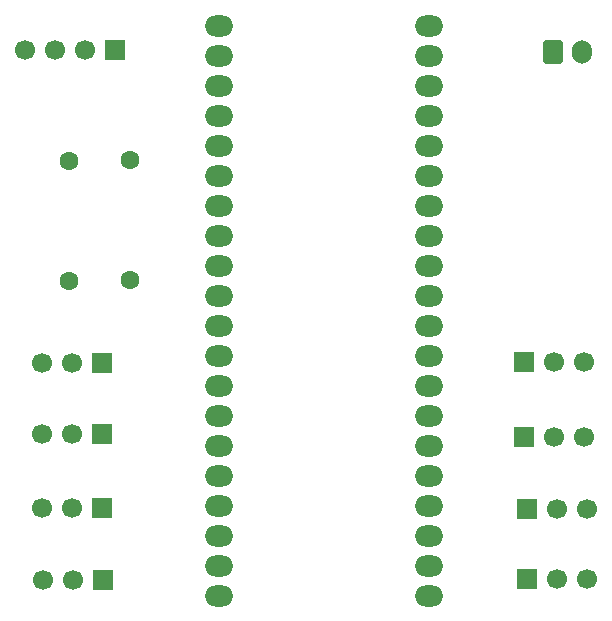
<source format=gbr>
%TF.GenerationSoftware,KiCad,Pcbnew,9.0.5*%
%TF.CreationDate,2025-10-27T16:41:44+01:00*%
%TF.ProjectId,motherboard,6d6f7468-6572-4626-9f61-72642e6b6963,rev?*%
%TF.SameCoordinates,Original*%
%TF.FileFunction,Soldermask,Top*%
%TF.FilePolarity,Negative*%
%FSLAX46Y46*%
G04 Gerber Fmt 4.6, Leading zero omitted, Abs format (unit mm)*
G04 Created by KiCad (PCBNEW 9.0.5) date 2025-10-27 16:41:44*
%MOMM*%
%LPD*%
G01*
G04 APERTURE LIST*
G04 Aperture macros list*
%AMRoundRect*
0 Rectangle with rounded corners*
0 $1 Rounding radius*
0 $2 $3 $4 $5 $6 $7 $8 $9 X,Y pos of 4 corners*
0 Add a 4 corners polygon primitive as box body*
4,1,4,$2,$3,$4,$5,$6,$7,$8,$9,$2,$3,0*
0 Add four circle primitives for the rounded corners*
1,1,$1+$1,$2,$3*
1,1,$1+$1,$4,$5*
1,1,$1+$1,$6,$7*
1,1,$1+$1,$8,$9*
0 Add four rect primitives between the rounded corners*
20,1,$1+$1,$2,$3,$4,$5,0*
20,1,$1+$1,$4,$5,$6,$7,0*
20,1,$1+$1,$6,$7,$8,$9,0*
20,1,$1+$1,$8,$9,$2,$3,0*%
G04 Aperture macros list end*
%ADD10R,1.700000X1.700000*%
%ADD11C,1.700000*%
%ADD12O,2.400000X1.800000*%
%ADD13C,1.600000*%
%ADD14RoundRect,0.250000X-0.600000X-0.750000X0.600000X-0.750000X0.600000X0.750000X-0.600000X0.750000X0*%
%ADD15O,1.700000X2.000000*%
G04 APERTURE END LIST*
D10*
%TO.C,J10*%
X168570000Y-104600000D03*
D11*
X171110000Y-104600000D03*
X173650000Y-104600000D03*
%TD*%
D10*
%TO.C,J9*%
X168570000Y-110900000D03*
D11*
X171110000Y-110900000D03*
X173650000Y-110900000D03*
%TD*%
D10*
%TO.C,J8*%
X132840000Y-104650000D03*
D11*
X130300000Y-104650000D03*
X127760000Y-104650000D03*
%TD*%
D10*
%TO.C,J7*%
X132850000Y-110700000D03*
D11*
X130310000Y-110700000D03*
X127770000Y-110700000D03*
%TD*%
D12*
%TO.C,A1*%
X142770000Y-76080000D03*
X142770000Y-78620000D03*
X142770000Y-81160000D03*
X142770000Y-83700000D03*
X142770000Y-86240000D03*
X142770000Y-88780000D03*
X142770000Y-91320000D03*
X142770000Y-93860000D03*
X142770000Y-96400000D03*
X142770000Y-98940000D03*
X142770000Y-101480000D03*
X142770000Y-104020000D03*
X142770000Y-106560000D03*
X142770000Y-109100000D03*
X142770000Y-111640000D03*
X142770000Y-114180000D03*
X142770000Y-116720000D03*
X142770000Y-119260000D03*
X142770000Y-121800000D03*
X142770000Y-124340000D03*
X160550000Y-124340000D03*
X160550000Y-121800000D03*
X160550000Y-119260000D03*
X160550000Y-116720000D03*
X160550000Y-114180000D03*
X160550000Y-111640000D03*
X160550000Y-109100000D03*
X160550000Y-106560000D03*
X160550000Y-104020000D03*
X160550000Y-101480000D03*
X160550000Y-98940000D03*
X160550000Y-96400000D03*
X160550000Y-93860000D03*
X160550000Y-91320000D03*
X160550000Y-88780000D03*
X160550000Y-86240000D03*
X160550000Y-83700000D03*
X160550000Y-81160000D03*
X160550000Y-78620000D03*
X160550000Y-76080000D03*
%TD*%
D13*
%TO.C,R2*%
X135250000Y-87470000D03*
X135250000Y-97630000D03*
%TD*%
%TO.C,R1*%
X130100000Y-97680000D03*
X130100000Y-87520000D03*
%TD*%
D10*
%TO.C,J6*%
X133920000Y-78150000D03*
D11*
X131380000Y-78150000D03*
X128840000Y-78150000D03*
X126300000Y-78150000D03*
%TD*%
D10*
%TO.C,J5*%
X168860000Y-122950000D03*
D11*
X171400000Y-122950000D03*
X173940000Y-122950000D03*
%TD*%
D10*
%TO.C,J4*%
X168810000Y-117000000D03*
D11*
X171350000Y-117000000D03*
X173890000Y-117000000D03*
%TD*%
D10*
%TO.C,J3*%
X132850000Y-116900000D03*
D11*
X130310000Y-116900000D03*
X127770000Y-116900000D03*
%TD*%
D14*
%TO.C,J2*%
X171000000Y-78300000D03*
D15*
X173500000Y-78300000D03*
%TD*%
D10*
%TO.C,J1*%
X132940000Y-123000000D03*
D11*
X130400000Y-123000000D03*
X127860000Y-123000000D03*
%TD*%
M02*

</source>
